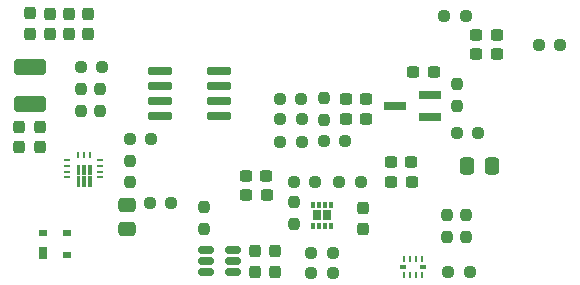
<source format=gbp>
G04 #@! TF.GenerationSoftware,KiCad,Pcbnew,7.0.1*
G04 #@! TF.CreationDate,2023-11-26T12:32:17+08:00*
G04 #@! TF.ProjectId,SourceFIle,536f7572-6365-4464-996c-652e6b696361,02*
G04 #@! TF.SameCoordinates,Original*
G04 #@! TF.FileFunction,Paste,Bot*
G04 #@! TF.FilePolarity,Positive*
%FSLAX46Y46*%
G04 Gerber Fmt 4.6, Leading zero omitted, Abs format (unit mm)*
G04 Created by KiCad (PCBNEW 7.0.1) date 2023-11-26 12:32:17*
%MOMM*%
%LPD*%
G01*
G04 APERTURE LIST*
G04 Aperture macros list*
%AMRoundRect*
0 Rectangle with rounded corners*
0 $1 Rounding radius*
0 $2 $3 $4 $5 $6 $7 $8 $9 X,Y pos of 4 corners*
0 Add a 4 corners polygon primitive as box body*
4,1,4,$2,$3,$4,$5,$6,$7,$8,$9,$2,$3,0*
0 Add four circle primitives for the rounded corners*
1,1,$1+$1,$2,$3*
1,1,$1+$1,$4,$5*
1,1,$1+$1,$6,$7*
1,1,$1+$1,$8,$9*
0 Add four rect primitives between the rounded corners*
20,1,$1+$1,$2,$3,$4,$5,0*
20,1,$1+$1,$4,$5,$6,$7,0*
20,1,$1+$1,$6,$7,$8,$9,0*
20,1,$1+$1,$8,$9,$2,$3,0*%
G04 Aperture macros list end*
%ADD10C,0.010000*%
%ADD11R,0.650000X0.850000*%
%ADD12R,0.300000X0.500000*%
%ADD13RoundRect,0.237500X-0.250000X-0.237500X0.250000X-0.237500X0.250000X0.237500X-0.250000X0.237500X0*%
%ADD14RoundRect,0.237500X-0.237500X0.300000X-0.237500X-0.300000X0.237500X-0.300000X0.237500X0.300000X0*%
%ADD15RoundRect,0.237500X0.300000X0.237500X-0.300000X0.237500X-0.300000X-0.237500X0.300000X-0.237500X0*%
%ADD16RoundRect,0.237500X0.250000X0.237500X-0.250000X0.237500X-0.250000X-0.237500X0.250000X-0.237500X0*%
%ADD17RoundRect,0.237500X-0.237500X0.250000X-0.237500X-0.250000X0.237500X-0.250000X0.237500X0.250000X0*%
%ADD18R,0.700000X1.000000*%
%ADD19R,0.700000X0.600000*%
%ADD20RoundRect,0.237500X0.237500X-0.300000X0.237500X0.300000X-0.237500X0.300000X-0.237500X-0.300000X0*%
%ADD21RoundRect,0.042000X-0.943000X-0.258000X0.943000X-0.258000X0.943000X0.258000X-0.943000X0.258000X0*%
%ADD22R,0.600000X0.240000*%
%ADD23R,0.240000X0.600000*%
%ADD24RoundRect,0.237500X0.237500X-0.250000X0.237500X0.250000X-0.237500X0.250000X-0.237500X-0.250000X0*%
%ADD25RoundRect,0.237500X-0.300000X-0.237500X0.300000X-0.237500X0.300000X0.237500X-0.300000X0.237500X0*%
%ADD26R,1.900000X0.800000*%
%ADD27RoundRect,0.150000X0.512500X0.150000X-0.512500X0.150000X-0.512500X-0.150000X0.512500X-0.150000X0*%
%ADD28RoundRect,0.250000X1.100000X-0.412500X1.100000X0.412500X-1.100000X0.412500X-1.100000X-0.412500X0*%
%ADD29R,0.250000X0.580000*%
%ADD30R,0.630000X0.350000*%
%ADD31RoundRect,0.250000X-0.337500X-0.475000X0.337500X-0.475000X0.337500X0.475000X-0.337500X0.475000X0*%
%ADD32RoundRect,0.250000X-0.475000X0.337500X-0.475000X-0.337500X0.475000X-0.337500X0.475000X0.337500X0*%
G04 APERTURE END LIST*
D10*
X136431250Y-91815000D02*
X136211250Y-91815000D01*
X136211250Y-91020000D01*
X136431250Y-91020000D01*
X136431250Y-91815000D01*
G36*
X136431250Y-91815000D02*
G01*
X136211250Y-91815000D01*
X136211250Y-91020000D01*
X136431250Y-91020000D01*
X136431250Y-91815000D01*
G37*
X136931250Y-91815000D02*
X136691250Y-91815000D01*
X136691250Y-91020000D01*
X136931250Y-91020000D01*
X136931250Y-91815000D01*
G36*
X136931250Y-91815000D02*
G01*
X136691250Y-91815000D01*
X136691250Y-91020000D01*
X136931250Y-91020000D01*
X136931250Y-91815000D01*
G37*
X137411250Y-91815000D02*
X137191250Y-91815000D01*
X137191250Y-91020000D01*
X137411250Y-91020000D01*
X137411250Y-91815000D01*
G36*
X137411250Y-91815000D02*
G01*
X137191250Y-91815000D01*
X137191250Y-91020000D01*
X137411250Y-91020000D01*
X137411250Y-91815000D01*
G37*
X136431250Y-90825000D02*
X136211250Y-90825000D01*
X136211250Y-90030000D01*
X136431250Y-90030000D01*
X136431250Y-90825000D01*
G36*
X136431250Y-90825000D02*
G01*
X136211250Y-90825000D01*
X136211250Y-90030000D01*
X136431250Y-90030000D01*
X136431250Y-90825000D01*
G37*
X136931250Y-90825000D02*
X136691250Y-90825000D01*
X136691250Y-90030000D01*
X136931250Y-90030000D01*
X136931250Y-90825000D01*
G36*
X136931250Y-90825000D02*
G01*
X136691250Y-90825000D01*
X136691250Y-90030000D01*
X136931250Y-90030000D01*
X136931250Y-90825000D01*
G37*
X137411250Y-90825000D02*
X137191250Y-90825000D01*
X137191250Y-90030000D01*
X137411250Y-90030000D01*
X137411250Y-90825000D01*
G36*
X137411250Y-90825000D02*
G01*
X137191250Y-90825000D01*
X137191250Y-90030000D01*
X137411250Y-90030000D01*
X137411250Y-90825000D01*
G37*
D11*
X156556250Y-94335000D03*
X157431250Y-94335000D03*
D12*
X157743750Y-95235000D03*
X157243750Y-95235000D03*
X156743750Y-95235000D03*
X156243750Y-95235000D03*
X156243750Y-93435000D03*
X156743750Y-93435000D03*
X157243750Y-93435000D03*
X157743750Y-93435000D03*
D13*
X154588750Y-91525000D03*
X156413750Y-91525000D03*
X156073750Y-99175000D03*
X157898750Y-99175000D03*
D14*
X151323750Y-97382500D03*
X151323750Y-99107500D03*
D15*
X166443750Y-82195000D03*
X164718750Y-82195000D03*
D16*
X157901250Y-97555000D03*
X156076250Y-97555000D03*
X144233750Y-93285000D03*
X142408750Y-93285000D03*
D17*
X138211250Y-83630000D03*
X138211250Y-85455000D03*
D18*
X133391250Y-97515000D03*
D19*
X133391250Y-95815000D03*
X135391250Y-95815000D03*
X135391250Y-97715000D03*
D17*
X157161250Y-84405000D03*
X157161250Y-86230000D03*
D15*
X171783750Y-80675000D03*
X170058750Y-80675000D03*
D20*
X160471250Y-95447500D03*
X160471250Y-93722500D03*
D17*
X154621250Y-93232500D03*
X154621250Y-95057500D03*
D21*
X143291250Y-85880000D03*
X143291250Y-84610000D03*
X143291250Y-83340000D03*
X143291250Y-82070000D03*
X148231250Y-82070000D03*
X148231250Y-83340000D03*
X148231250Y-84610000D03*
X148231250Y-85880000D03*
D22*
X135411250Y-91117500D03*
X135411250Y-90617500D03*
X135411250Y-90117500D03*
X135411250Y-89617500D03*
D23*
X136311250Y-89217500D03*
X136811250Y-89217500D03*
X137311250Y-89217500D03*
D22*
X138211250Y-89617500D03*
X138211250Y-90117500D03*
X138211250Y-90617500D03*
X138211250Y-91117500D03*
D24*
X169181250Y-96140000D03*
X169181250Y-94315000D03*
D14*
X152973750Y-97362500D03*
X152973750Y-99087500D03*
D15*
X164573750Y-91545000D03*
X162848750Y-91545000D03*
D25*
X159028750Y-84447500D03*
X160753750Y-84447500D03*
D16*
X155243750Y-84485000D03*
X153418750Y-84485000D03*
D15*
X152293750Y-92615000D03*
X150568750Y-92615000D03*
D25*
X159028750Y-86197500D03*
X160753750Y-86197500D03*
D16*
X169523750Y-99165000D03*
X167698750Y-99165000D03*
X155283750Y-88115000D03*
X153458750Y-88115000D03*
D15*
X171786250Y-79035000D03*
X170061250Y-79035000D03*
D20*
X137201250Y-78977500D03*
X137201250Y-77252500D03*
D26*
X166151250Y-84135000D03*
X166151250Y-86035000D03*
X163151250Y-85085000D03*
D13*
X175353750Y-79875000D03*
X177178750Y-79875000D03*
D24*
X167541250Y-96130000D03*
X167541250Y-94305000D03*
D13*
X158468750Y-91535000D03*
X160293750Y-91535000D03*
D14*
X131371250Y-86822500D03*
X131371250Y-88547500D03*
D27*
X149421250Y-97265000D03*
X149421250Y-98215000D03*
X149421250Y-99165000D03*
X147146250Y-99165000D03*
X147146250Y-98215000D03*
X147146250Y-97265000D03*
D24*
X140721250Y-91510000D03*
X140721250Y-89685000D03*
D16*
X155293750Y-86195000D03*
X153468750Y-86195000D03*
D25*
X150548750Y-90955000D03*
X152273750Y-90955000D03*
D20*
X135571250Y-78977500D03*
X135571250Y-77252500D03*
D16*
X170228750Y-87350000D03*
X168403750Y-87350000D03*
X142543750Y-87905000D03*
X140718750Y-87905000D03*
D13*
X167353750Y-77425000D03*
X169178750Y-77425000D03*
X157138750Y-88067500D03*
X158963750Y-88067500D03*
D17*
X136551250Y-83650000D03*
X136551250Y-85475000D03*
D14*
X133101250Y-86812500D03*
X133101250Y-88537500D03*
D16*
X138373750Y-81785000D03*
X136548750Y-81785000D03*
D15*
X164553750Y-89825000D03*
X162828750Y-89825000D03*
D28*
X132251250Y-84927500D03*
X132251250Y-81802500D03*
D29*
X165466250Y-99340000D03*
X164966250Y-99340000D03*
X164466250Y-99340000D03*
X163966250Y-99340000D03*
D30*
X163856250Y-98700000D03*
D29*
X163966250Y-98060000D03*
X164466250Y-98060000D03*
X164966250Y-98060000D03*
X165466250Y-98060000D03*
D30*
X165576250Y-98700000D03*
D20*
X132231250Y-78950000D03*
X132231250Y-77225000D03*
D24*
X147031250Y-95487500D03*
X147031250Y-93662500D03*
D31*
X169273750Y-90145000D03*
X171348750Y-90145000D03*
D20*
X133921250Y-78980000D03*
X133921250Y-77255000D03*
D32*
X140501250Y-93417500D03*
X140501250Y-95492500D03*
D17*
X168391250Y-83237500D03*
X168391250Y-85062500D03*
M02*

</source>
